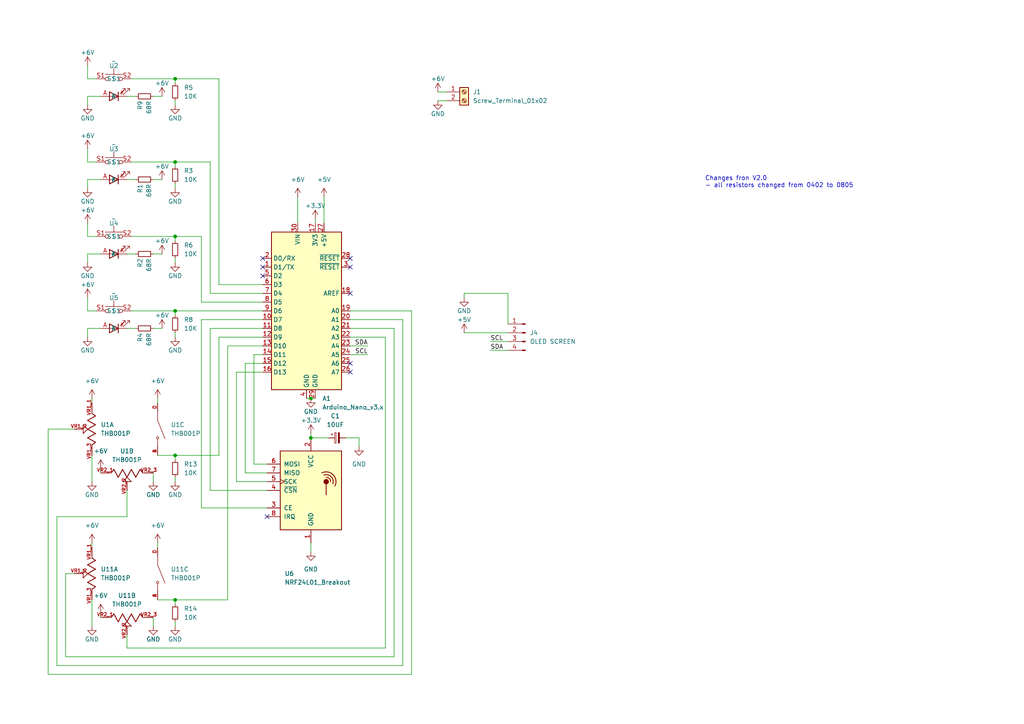
<source format=kicad_sch>
(kicad_sch (version 20230121) (generator eeschema)
  (paper "A4")
  (lib_symbols
    (symbol "Connector:Conn_01x04_Male" (pin_names (offset 1.016) hide)
      (property "Reference" "J" (at 0 5.08 0))
      (property "Value" "Conn_01x04_Male" (at 0 -7.62 0))
      (symbol "Conn_01x04_Male_1_1"
        (polyline (pts (xy 1.27 -5.08) (xy 0.8636 -5.08)) (stroke (width 0.1524)))
        (polyline (pts (xy 1.27 -2.54) (xy 0.8636 -2.54)) (stroke (width 0.1524)))
        (polyline (pts (xy 1.27 0) (xy 0.8636 0)) (stroke (width 0.1524)))
        (polyline (pts (xy 1.27 2.54) (xy 0.8636 2.54)) (stroke (width 0.1524)))
        (rectangle (start 0.8636 -4.953) (end 0 -5.207) (stroke (width 0.1524)) (fill (type outline)))
        (rectangle (start 0.8636 -2.413) (end 0 -2.667) (stroke (width 0.1524)) (fill (type outline)))
        (rectangle (start 0.8636 0.127) (end 0 -0.127) (stroke (width 0.1524)) (fill (type outline)))
        (rectangle (start 0.8636 2.667) (end 0 2.413) (stroke (width 0.1524)) (fill (type outline)))
        (pin passive line (at 5.08 2.54 180) (length 3.81) (name "Pin_1") (number "1"))
        (pin passive line (at 5.08 0 180) (length 3.81) (name "Pin_2") (number "2"))
        (pin passive line (at 5.08 -2.54 180) (length 3.81) (name "Pin_3") (number "3"))
        (pin passive line (at 5.08 -5.08 180) (length 3.81) (name "Pin_4") (number "4"))
      )
    )
    (symbol "Connector:Screw_Terminal_01x02" (pin_names (offset 1.016) hide)
      (property "Reference" "J" (at 0 2.54 0))
      (property "Value" "Screw_Terminal_01x02" (at 0 -5.08 0))
      (symbol "Screw_Terminal_01x02_1_1"
        (rectangle (start -1.27 1.27) (end 1.27 -3.81) (stroke (width 0.254)) (fill (type background)))
        (circle (center 0 -2.54) (radius 0.635) (stroke (width 0.1524)))
        (polyline (pts (xy -0.5334 -2.2098) (xy 0.3302 -3.048)) (stroke (width 0.1524)))
        (polyline (pts (xy -0.5334 0.3302) (xy 0.3302 -0.508)) (stroke (width 0.1524)))
        (polyline (pts (xy -0.3556 -2.032) (xy 0.508 -2.8702)) (stroke (width 0.1524)))
        (polyline (pts (xy -0.3556 0.508) (xy 0.508 -0.3302)) (stroke (width 0.1524)))
        (circle (center 0 0) (radius 0.635) (stroke (width 0.1524)))
        (pin passive line (at -5.08 0 0) (length 3.81) (name "Pin_1") (number "1"))
        (pin passive line (at -5.08 -2.54 0) (length 3.81) (name "Pin_2") (number "2"))
      )
    )
    (symbol "Device:C_Polarized_Small" (pin_numbers hide) (pin_names (offset 0.254) hide)
      (property "Reference" "C" (at 0.254 1.778 0))
      (property "Value" "C_Polarized_Small" (at 0.254 -2.032 0))
      (symbol "C_Polarized_Small_0_1"
        (rectangle (start -1.524 -0.3048) (end 1.524 -0.6858) (fill (type outline)))
        (rectangle (start -1.524 0.6858) (end 1.524 0.3048))
        (polyline (pts (xy -1.27 1.524) (xy -0.762 1.524)))
        (polyline (pts (xy -1.016 1.27) (xy -1.016 1.778)))
      )
      (symbol "C_Polarized_Small_1_1"
        (pin passive line (at 0 2.54 270) (length 1.8542) (name "~") (number "1"))
        (pin passive line (at 0 -2.54 90) (length 1.8542) (name "~") (number "2"))
      )
    )
    (symbol "Device:R_Small" (pin_numbers hide) (pin_names (offset 0.254) hide)
      (property "Reference" "R" (at 0.762 0.508 0))
      (property "Value" "R_Small" (at 0.762 -1.016 0))
      (symbol "R_Small_0_1"
        (rectangle (start -0.762 1.778) (end 0.762 -1.778) (stroke (width 0.2032)))
      )
      (symbol "R_Small_1_1"
        (pin passive line (at 0 2.54 270) (length 0.762) (name "~") (number "1"))
        (pin passive line (at 0 -2.54 90) (length 0.762) (name "~") (number "2"))
      )
    )
    (symbol "MCU_Module:Arduino_Nano_v3.x"
      (property "Reference" "A" (at -10.16 23.495 0))
      (property "Value" "Arduino_Nano_v3.x" (at 5.08 -24.13 0))
      (symbol "Arduino_Nano_v3.x_0_1"
        (rectangle (start -10.16 22.86) (end 10.16 -22.86) (stroke (width 0.254)) (fill (type background)))
      )
      (symbol "Arduino_Nano_v3.x_1_1"
        (pin bidirectional line (at -12.7 12.7 0) (length 2.54) (name "D1/TX") (number "1"))
        (pin bidirectional line (at -12.7 -2.54 0) (length 2.54) (name "D7") (number "10"))
        (pin bidirectional line (at -12.7 -5.08 0) (length 2.54) (name "D8") (number "11"))
        (pin bidirectional line (at -12.7 -7.62 0) (length 2.54) (name "D9") (number "12"))
        (pin bidirectional line (at -12.7 -10.16 0) (length 2.54) (name "D10") (number "13"))
        (pin bidirectional line (at -12.7 -12.7 0) (length 2.54) (name "D11") (number "14"))
        (pin bidirectional line (at -12.7 -15.24 0) (length 2.54) (name "D12") (number "15"))
        (pin bidirectional line (at -12.7 -17.78 0) (length 2.54) (name "D13") (number "16"))
        (pin power_out line (at 2.54 25.4 270) (length 2.54) (name "3V3") (number "17"))
        (pin input line (at 12.7 5.08 180) (length 2.54) (name "AREF") (number "18"))
        (pin bidirectional line (at 12.7 0 180) (length 2.54) (name "A0") (number "19"))
        (pin bidirectional line (at -12.7 15.24 0) (length 2.54) (name "D0/RX") (number "2"))
        (pin bidirectional line (at 12.7 -2.54 180) (length 2.54) (name "A1") (number "20"))
        (pin bidirectional line (at 12.7 -5.08 180) (length 2.54) (name "A2") (number "21"))
        (pin bidirectional line (at 12.7 -7.62 180) (length 2.54) (name "A3") (number "22"))
        (pin bidirectional line (at 12.7 -10.16 180) (length 2.54) (name "A4") (number "23"))
        (pin bidirectional line (at 12.7 -12.7 180) (length 2.54) (name "A5") (number "24"))
        (pin bidirectional line (at 12.7 -15.24 180) (length 2.54) (name "A6") (number "25"))
        (pin bidirectional line (at 12.7 -17.78 180) (length 2.54) (name "A7") (number "26"))
        (pin power_out line (at 5.08 25.4 270) (length 2.54) (name "+5V") (number "27"))
        (pin input line (at 12.7 15.24 180) (length 2.54) (name "~{RESET}") (number "28"))
        (pin power_in line (at 2.54 -25.4 90) (length 2.54) (name "GND") (number "29"))
        (pin input line (at 12.7 12.7 180) (length 2.54) (name "~{RESET}") (number "3"))
        (pin power_in line (at -2.54 25.4 270) (length 2.54) (name "VIN") (number "30"))
        (pin power_in line (at 0 -25.4 90) (length 2.54) (name "GND") (number "4"))
        (pin bidirectional line (at -12.7 10.16 0) (length 2.54) (name "D2") (number "5"))
        (pin bidirectional line (at -12.7 7.62 0) (length 2.54) (name "D3") (number "6"))
        (pin bidirectional line (at -12.7 5.08 0) (length 2.54) (name "D4") (number "7"))
        (pin bidirectional line (at -12.7 2.54 0) (length 2.54) (name "D5") (number "8"))
        (pin bidirectional line (at -12.7 0 0) (length 2.54) (name "D6") (number "9"))
      )
    )
    (symbol "RF:NRF24L01_Breakout" (pin_names (offset 1.016))
      (property "Reference" "U" (at -8.89 12.7 0))
      (property "Value" "NRF24L01_Breakout" (at 3.81 12.7 0))
      (symbol "NRF24L01_Breakout_0_1"
        (rectangle (start -8.89 11.43) (end 8.89 -11.43) (stroke (width 0.254)) (fill (type background)))
        (polyline (pts (xy 4.445 1.905) (xy 4.445 -1.27)) (stroke (width 0.254)))
        (circle (center 4.445 2.54) (radius 0.635) (stroke (width 0.254)) (fill (type outline)))
        (arc (start 5.715 2.54) (mid 5.3521 3.4546) (end 4.445 3.81) (stroke (width 0.254)))
        (arc (start 6.35 1.905) (mid 5.8763 3.9854) (end 3.81 4.445) (stroke (width 0.254)))
        (arc (start 6.985 1.27) (mid 6.453 4.548) (end 3.175 5.08) (stroke (width 0.254)))
      )
      (symbol "NRF24L01_Breakout_1_1"
        (pin power_in line (at 0 -15.24 90) (length 3.81) (name "GND") (number "1"))
        (pin power_in line (at 0 15.24 270) (length 3.81) (name "VCC") (number "2"))
        (pin input line (at -12.7 -5.08 0) (length 3.81) (name "CE") (number "3"))
        (pin input line (at -12.7 0 0) (length 3.81) (name "~{CSN}") (number "4"))
        (pin input clock (at -12.7 2.54 0) (length 3.81) (name "SCK") (number "5"))
        (pin input line (at -12.7 7.62 0) (length 3.81) (name "MOSI") (number "6"))
        (pin output line (at -12.7 5.08 0) (length 3.81) (name "MISO") (number "7"))
        (pin output line (at -12.7 -7.62 0) (length 3.81) (name "IRQ") (number "8"))
      )
    )
    (symbol "Switch:CherryMX_LED"
      (property "Reference" "U" (at 0 8.89 0))
      (symbol "CherryMX_LED_0_1"
        (circle (center -2.032 2.54) (radius 0.508))
        (polyline (pts (xy 0 3.81) (xy 0 5.588)))
        (polyline (pts (xy 1.27 -2.54) (xy -1.27 -2.54)))
        (polyline (pts (xy 1.27 -1.27) (xy 1.27 -3.81)) (stroke (width 0.254)))
        (polyline (pts (xy 2.54 3.81) (xy -2.54 3.81)))
        (polyline (pts (xy -1.27 -1.27) (xy -1.27 -3.81) (xy 1.27 -2.54) (xy -1.27 -1.27)) (stroke (width 0.254)))
        (polyline (pts (xy 1.778 -1.778) (xy 3.302 -0.254) (xy 2.54 -0.254) (xy 3.302 -0.254) (xy 3.302 -1.016)))
        (polyline (pts (xy 3.048 -1.778) (xy 4.572 -0.254) (xy 3.81 -0.254) (xy 4.572 -0.254) (xy 4.572 -1.016)))
        (circle (center 2.032 2.54) (radius 0.508))
      )
      (symbol "CherryMX_LED_1_1"
        (pin passive line (at -3.81 -2.54 0) (length 2.54) (name "A") (number "A"))
        (pin passive line (at 3.81 -2.54 180) (length 2.54) (name "K") (number "K"))
        (pin passive line (at -5.08 2.54 0) (length 2.54) (name "S1") (number "S1"))
        (pin passive line (at 5.08 2.54 180) (length 2.54) (name "S1") (number "S2"))
      )
    )
    (symbol "THB001P:THB001P" (pin_names (offset 1.016))
      (property "Reference" "U" (at -5.08 5.08 0))
      (property "Value" "THB001P" (at -5.08 2.54 0))
      (symbol "THB001P_1_0"
        (polyline (pts (xy -5.08 0) (xy -4.572 0)) (stroke (width 0.1524)))
        (polyline (pts (xy -4.572 0) (xy -3.81 1.016)) (stroke (width 0.254)))
        (polyline (pts (xy -3.81 1.016) (xy -2.54 -1.27)) (stroke (width 0.254)))
        (polyline (pts (xy -2.54 -1.27) (xy -1.27 1.016)) (stroke (width 0.254)))
        (polyline (pts (xy -1.27 -2.54) (xy 0 -1.27)) (stroke (width 0.2032)))
        (polyline (pts (xy -1.27 1.016) (xy 0 -1.27)) (stroke (width 0.254)))
        (polyline (pts (xy 0 -1.27) (xy 1.27 -2.54)) (stroke (width 0.2032)))
        (polyline (pts (xy 0 -1.27) (xy 1.27 1.016)) (stroke (width 0.254)))
        (polyline (pts (xy 1.27 -2.54) (xy -1.27 -2.54)) (stroke (width 0.2032)))
        (polyline (pts (xy 1.27 1.016) (xy 2.54 -1.27)) (stroke (width 0.254)))
        (polyline (pts (xy 2.54 -1.27) (xy 3.81 1.016)) (stroke (width 0.254)))
        (polyline (pts (xy 3.81 1.016) (xy 4.572 0)) (stroke (width 0.254)))
        (polyline (pts (xy 4.572 0) (xy 5.08 0)) (stroke (width 0.1524)))
        (pin passive line (at -7.62 0 0) (length 2.54) (name "~") (number "VR1_1"))
        (pin passive line (at 0 -5.08 90) (length 2.54) (name "~") (number "VR1_2"))
        (pin passive line (at 7.62 0 180) (length 2.54) (name "~") (number "VR1_3"))
      )
      (symbol "THB001P_2_0"
        (polyline (pts (xy -5.08 0) (xy -4.572 0)) (stroke (width 0.1524)))
        (polyline (pts (xy -4.572 0) (xy -3.81 1.016)) (stroke (width 0.254)))
        (polyline (pts (xy -3.81 1.016) (xy -2.54 -1.27)) (stroke (width 0.254)))
        (polyline (pts (xy -2.54 -1.27) (xy -1.27 1.016)) (stroke (width 0.254)))
        (polyline (pts (xy -1.27 -2.54) (xy 0 -1.27)) (stroke (width 0.2032)))
        (polyline (pts (xy -1.27 1.016) (xy 0 -1.27)) (stroke (width 0.254)))
        (polyline (pts (xy 0 -1.27) (xy 1.27 -2.54)) (stroke (width 0.2032)))
        (polyline (pts (xy 0 -1.27) (xy 1.27 1.016)) (stroke (width 0.254)))
        (polyline (pts (xy 1.27 -2.54) (xy -1.27 -2.54)) (stroke (width 0.2032)))
        (polyline (pts (xy 1.27 1.016) (xy 2.54 -1.27)) (stroke (width 0.254)))
        (polyline (pts (xy 2.54 -1.27) (xy 3.81 1.016)) (stroke (width 0.254)))
        (polyline (pts (xy 3.81 1.016) (xy 4.572 0)) (stroke (width 0.254)))
        (polyline (pts (xy 4.572 0) (xy 5.08 0)) (stroke (width 0.1524)))
        (pin passive line (at -7.62 0 0) (length 2.54) (name "~") (number "VR2_1"))
        (pin passive line (at 0 -5.08 90) (length 2.54) (name "~") (number "VR2_2"))
        (pin passive line (at 7.62 0 180) (length 2.54) (name "~") (number "VR2_3"))
      )
      (symbol "THB001P_3_0"
        (polyline (pts (xy -2.54 0) (xy -5.08 0)) (stroke (width 0.1524)))
        (polyline (pts (xy -2.54 0) (xy 2.794 2.1336)) (stroke (width 0.1524)))
        (polyline (pts (xy 5.08 0) (xy 2.921 0)) (stroke (width 0.1524)))
        (circle (center 2.54 0) (radius 0.3302) (stroke (width 0.1524)))
        (pin passive line (at 7.62 0 180) (length 2.54) (name "~") (number "A"))
        (pin passive line (at 7.62 0 180) (length 2.54) (name "~") (number "B"))
        (pin passive line (at -7.62 0 0) (length 2.54) (name "~") (number "C"))
        (pin passive line (at -7.62 0 0) (length 2.54) (name "~") (number "D"))
      )
    )
    (symbol "power:+3.3V" (power) (pin_names (offset 0))
      (property "Value" "+3.3V" (at 0 3.556 0))
      (symbol "+3.3V_0_1"
        (polyline (pts (xy -0.762 1.27) (xy 0 2.54)))
        (polyline (pts (xy 0 0) (xy 0 2.54)))
        (polyline (pts (xy 0 2.54) (xy 0.762 1.27)))
      )
      (symbol "+3.3V_1_1"
        (pin power_in line (at 0 0 90) (length 0) hide (name "+3.3V") (number "1"))
      )
    )
    (symbol "power:+5V" (power) (pin_names (offset 0))
      (property "Value" "+5V" (at 0 3.556 0))
      (symbol "+5V_0_1"
        (polyline (pts (xy -0.762 1.27) (xy 0 2.54)))
        (polyline (pts (xy 0 0) (xy 0 2.54)))
        (polyline (pts (xy 0 2.54) (xy 0.762 1.27)))
      )
      (symbol "+5V_1_1"
        (pin power_in line (at 0 0 90) (length 0) hide (name "+5V") (number "1"))
      )
    )
    (symbol "power:+6V" (power) (pin_names (offset 0))
      (property "Value" "+6V" (at 0 3.556 0))
      (symbol "+6V_0_1"
        (polyline (pts (xy -0.762 1.27) (xy 0 2.54)))
        (polyline (pts (xy 0 0) (xy 0 2.54)))
        (polyline (pts (xy 0 2.54) (xy 0.762 1.27)))
      )
      (symbol "+6V_1_1"
        (pin power_in line (at 0 0 90) (length 0) hide (name "+6V") (number "1"))
      )
    )
    (symbol "power:GND" (power) (pin_names (offset 0))
      (property "Value" "GND" (at 0 -3.81 0))
      (symbol "GND_0_1"
        (polyline (pts (xy 0 0) (xy 0 -1.27) (xy 1.27 -1.27) (xy 0 -2.54) (xy -1.27 -1.27) (xy 0 -1.27)))
      )
      (symbol "GND_1_1"
        (pin power_in line (at 0 0 270) (length 0) hide (name "GND") (number "1"))
      )
    )
  )
  (junction (at 90.17 115.57))
  (junction (at 50.8 173.99))
  (junction (at 90.17 127))
  (junction (at 50.8 68.58))
  (junction (at 50.8 132.08))
  (junction (at 50.8 22.86))
  (junction (at 50.8 90.17))
  (junction (at 50.8 46.99))
  (no_connect (at 101.6 105.41))
  (no_connect (at 101.6 107.95))
  (no_connect (at 77.47 149.86))
  (no_connect (at 101.6 77.47))
  (no_connect (at 76.2 80.01))
  (no_connect (at 101.6 74.93))
  (no_connect (at 76.2 77.47))
  (no_connect (at 101.6 85.09))
  (no_connect (at 76.2 74.93))
  (wire (pts (xy 63.5 22.86) (xy 50.8 22.86)))
  (wire (pts (xy 71.12 137.16) (xy 71.12 105.41)))
  (wire (pts (xy 29.21 95.25) (xy 25.4 95.25)))
  (wire (pts (xy 66.04 173.99) (xy 66.04 100.33)))
  (wire (pts (xy 29.21 27.94) (xy 25.4 27.94)))
  (wire (pts (xy 36.83 149.86) (xy 16.51 149.86)))
  (wire (pts (xy 73.66 134.62) (xy 77.47 134.62)))
  (wire (pts (xy 68.58 107.95) (xy 76.2 107.95)))
  (wire (pts (xy 50.8 30.48) (xy 50.8 29.21)))
  (wire (pts (xy 39.37 73.66) (xy 36.83 73.66)))
  (wire (pts (xy 63.5 82.55) (xy 63.5 22.86)))
  (wire (pts (xy 50.8 69.85) (xy 50.8 68.58)))
  (wire (pts (xy 25.4 43.18) (xy 25.4 46.99)))
  (wire (pts (xy 16.51 193.04) (xy 116.84 193.04)))
  (wire (pts (xy 134.62 96.52) (xy 147.32 96.52)))
  (wire (pts (xy 91.44 63.5) (xy 91.44 64.77)))
  (wire (pts (xy 119.38 90.17) (xy 119.38 195.58)))
  (wire (pts (xy 13.97 195.58) (xy 119.38 195.58)))
  (wire (pts (xy 38.1 68.58) (xy 50.8 68.58)))
  (wire (pts (xy 50.8 180.34) (xy 50.8 181.61)))
  (wire (pts (xy 27.94 46.99) (xy 25.4 46.99)))
  (wire (pts (xy 45.72 132.08) (xy 50.8 132.08)))
  (wire (pts (xy 114.3 95.25) (xy 114.3 190.5)))
  (wire (pts (xy 111.76 97.79) (xy 111.76 187.96)))
  (wire (pts (xy 29.21 177.8) (xy 29.21 179.07)))
  (wire (pts (xy 119.38 90.17) (xy 101.6 90.17)))
  (wire (pts (xy 38.1 46.99) (xy 50.8 46.99)))
  (wire (pts (xy 44.45 137.16) (xy 44.45 139.7)))
  (wire (pts (xy 58.42 92.71) (xy 76.2 92.71)))
  (wire (pts (xy 27.94 90.17) (xy 25.4 90.17)))
  (wire (pts (xy 39.37 52.07) (xy 36.83 52.07)))
  (wire (pts (xy 36.83 187.96) (xy 111.76 187.96)))
  (wire (pts (xy 90.17 125.73) (xy 90.17 127)))
  (wire (pts (xy 68.58 139.7) (xy 68.58 107.95)))
  (wire (pts (xy 19.05 190.5) (xy 114.3 190.5)))
  (wire (pts (xy 91.44 115.57) (xy 90.17 115.57)))
  (wire (pts (xy 26.67 157.48) (xy 26.67 158.75)))
  (wire (pts (xy 127 29.21) (xy 129.54 29.21)))
  (wire (pts (xy 44.45 73.66) (xy 46.99 73.66)))
  (wire (pts (xy 25.4 27.94) (xy 25.4 30.48)))
  (wire (pts (xy 39.37 27.94) (xy 36.83 27.94)))
  (wire (pts (xy 76.2 85.09) (xy 60.96 85.09)))
  (wire (pts (xy 60.96 142.24) (xy 60.96 95.25)))
  (wire (pts (xy 73.66 102.87) (xy 76.2 102.87)))
  (wire (pts (xy 50.8 132.08) (xy 63.5 132.08)))
  (wire (pts (xy 50.8 173.99) (xy 66.04 173.99)))
  (wire (pts (xy 77.47 139.7) (xy 68.58 139.7)))
  (wire (pts (xy 50.8 90.17) (xy 76.2 90.17)))
  (wire (pts (xy 77.47 147.32) (xy 58.42 147.32)))
  (wire (pts (xy 50.8 54.61) (xy 50.8 53.34)))
  (wire (pts (xy 116.84 92.71) (xy 116.84 193.04)))
  (wire (pts (xy 19.05 166.37) (xy 19.05 190.5)))
  (wire (pts (xy 90.17 157.48) (xy 90.17 160.02)))
  (wire (pts (xy 104.14 127) (xy 104.14 129.54)))
  (wire (pts (xy 93.98 57.15) (xy 93.98 64.77)))
  (wire (pts (xy 25.4 19.05) (xy 25.4 22.86)))
  (wire (pts (xy 26.67 173.99) (xy 26.67 181.61)))
  (wire (pts (xy 73.66 102.87) (xy 73.66 134.62)))
  (wire (pts (xy 101.6 92.71) (xy 116.84 92.71)))
  (wire (pts (xy 76.2 87.63) (xy 58.42 87.63)))
  (wire (pts (xy 50.8 48.26) (xy 50.8 46.99)))
  (wire (pts (xy 101.6 100.33) (xy 106.68 100.33)))
  (wire (pts (xy 147.32 101.6) (xy 142.24 101.6)))
  (wire (pts (xy 88.9 115.57) (xy 90.17 115.57)))
  (wire (pts (xy 77.47 142.24) (xy 60.96 142.24)))
  (wire (pts (xy 147.32 85.09) (xy 147.32 93.98)))
  (wire (pts (xy 134.62 85.09) (xy 147.32 85.09)))
  (wire (pts (xy 100.33 127) (xy 104.14 127)))
  (wire (pts (xy 27.94 22.86) (xy 25.4 22.86)))
  (wire (pts (xy 25.4 95.25) (xy 25.4 97.79)))
  (wire (pts (xy 71.12 105.41) (xy 76.2 105.41)))
  (wire (pts (xy 25.4 52.07) (xy 25.4 54.61)))
  (wire (pts (xy 60.96 46.99) (xy 60.96 85.09)))
  (wire (pts (xy 90.17 127) (xy 95.25 127)))
  (wire (pts (xy 25.4 73.66) (xy 25.4 76.2)))
  (wire (pts (xy 101.6 102.87) (xy 106.68 102.87)))
  (wire (pts (xy 50.8 133.35) (xy 50.8 132.08)))
  (wire (pts (xy 21.59 124.46) (xy 13.97 124.46)))
  (wire (pts (xy 25.4 64.77) (xy 25.4 68.58)))
  (wire (pts (xy 44.45 52.07) (xy 46.99 52.07)))
  (wire (pts (xy 58.42 68.58) (xy 50.8 68.58)))
  (wire (pts (xy 45.72 173.99) (xy 50.8 173.99)))
  (wire (pts (xy 63.5 97.79) (xy 63.5 132.08)))
  (wire (pts (xy 60.96 46.99) (xy 50.8 46.99)))
  (wire (pts (xy 147.32 99.06) (xy 142.24 99.06)))
  (wire (pts (xy 29.21 52.07) (xy 25.4 52.07)))
  (wire (pts (xy 66.04 100.33) (xy 76.2 100.33)))
  (wire (pts (xy 50.8 97.79) (xy 50.8 96.52)))
  (wire (pts (xy 27.94 68.58) (xy 25.4 68.58)))
  (wire (pts (xy 76.2 82.55) (xy 63.5 82.55)))
  (wire (pts (xy 58.42 87.63) (xy 58.42 68.58)))
  (wire (pts (xy 26.67 132.08) (xy 26.67 139.7)))
  (wire (pts (xy 44.45 95.25) (xy 46.99 95.25)))
  (wire (pts (xy 58.42 147.32) (xy 58.42 92.71)))
  (wire (pts (xy 50.8 91.44) (xy 50.8 90.17)))
  (wire (pts (xy 21.59 166.37) (xy 19.05 166.37)))
  (wire (pts (xy 127 26.67) (xy 129.54 26.67)))
  (wire (pts (xy 114.3 95.25) (xy 101.6 95.25)))
  (wire (pts (xy 13.97 124.46) (xy 13.97 195.58)))
  (wire (pts (xy 101.6 97.79) (xy 111.76 97.79)))
  (wire (pts (xy 50.8 24.13) (xy 50.8 22.86)))
  (wire (pts (xy 38.1 90.17) (xy 50.8 90.17)))
  (wire (pts (xy 44.45 27.94) (xy 46.99 27.94)))
  (wire (pts (xy 26.67 115.57) (xy 26.67 116.84)))
  (wire (pts (xy 86.36 57.15) (xy 86.36 64.77)))
  (wire (pts (xy 29.21 135.89) (xy 29.21 137.16)))
  (wire (pts (xy 77.47 137.16) (xy 71.12 137.16)))
  (wire (pts (xy 60.96 95.25) (xy 76.2 95.25)))
  (wire (pts (xy 45.72 115.57) (xy 45.72 116.84)))
  (wire (pts (xy 63.5 97.79) (xy 76.2 97.79)))
  (wire (pts (xy 36.83 142.24) (xy 36.83 149.86)))
  (wire (pts (xy 50.8 76.2) (xy 50.8 74.93)))
  (wire (pts (xy 45.72 157.48) (xy 45.72 158.75)))
  (wire (pts (xy 50.8 138.43) (xy 50.8 139.7)))
  (wire (pts (xy 29.21 73.66) (xy 25.4 73.66)))
  (wire (pts (xy 134.62 85.09) (xy 134.62 86.36)))
  (wire (pts (xy 25.4 86.36) (xy 25.4 90.17)))
  (wire (pts (xy 50.8 175.26) (xy 50.8 173.99)))
  (wire (pts (xy 44.45 179.07) (xy 44.45 181.61)))
  (wire (pts (xy 39.37 95.25) (xy 36.83 95.25)))
  (wire (pts (xy 16.51 149.86) (xy 16.51 193.04)))
  (wire (pts (xy 38.1 22.86) (xy 50.8 22.86)))
  (wire (pts (xy 36.83 184.15) (xy 36.83 187.96)))
  (text "Changes fron V2.0\n- all resistors changed from 0402 to 0805" (at 204.47 54.61 0) (effects (font (size 1.27 1.27)) (justify left bottom)))
  (label "SCL" (at 142.24 99.06 0))
  (label "SDA" (at 106.68 100.33 180))
  (label "SDA" (at 142.24 101.6 0))
  (label "SCL" (at 106.68 102.87 180))
  (symbol (lib_id "Device:R_Small") (at 41.91 73.66 270) (mirror x) (unit 1)
    (property "Reference" "R2" (at 40.64 74.93 0) (effects (justify right)))
    (property "Value" "68R" (at 43.18 74.93 0) (effects (justify right)))
    (property "Footprint" "Resistor_SMD:R_0805_2012Metric" (effects hide))
  )
  (symbol (lib_id "power:GND") (at 44.45 181.61 0) (unit 1)
    (property "Reference" "#PWR0128" (effects hide))
    (property "Value" "GND" (at 44.45 185.42 0))
  )
  (symbol (lib_id "Switch:CherryMX_LED") (at 33.02 71.12 0) (unit 1)
    (property "Reference" "U4" (at 33.02 64.77 0))
    (property "Value" "~" (at 33.02 63.5 0))
    (property "Footprint" "Button_Switch_Keyboard:SW_Cherry_MX_3mmLED" (effects hide))
  )
  (symbol (lib_id "power:+6V") (at 29.21 135.89 0) (unit 1)
    (property "Reference" "#PWR0137" (effects hide))
    (property "Value" "+6V" (at 29.21 130.81 0))
  )
  (symbol (lib_id "Device:R_Small") (at 41.91 52.07 270) (mirror x) (unit 1)
    (property "Reference" "R1" (at 40.64 53.34 0) (effects (justify right)))
    (property "Value" "68R" (at 43.18 53.34 0) (effects (justify right)))
    (property "Footprint" "Resistor_SMD:R_0805_2012Metric" (effects hide))
  )
  (symbol (lib_id "power:GND") (at 50.8 76.2 0) (unit 1)
    (property "Reference" "#PWR09" (effects hide))
    (property "Value" "GND" (at 50.8 80.01 0))
  )
  (symbol (lib_id "power:+6V") (at 45.72 115.57 0) (unit 1)
    (property "Reference" "#PWR0142" (effects hide))
    (property "Value" "+6V" (at 45.72 110.49 0))
  )
  (symbol (lib_id "power:+6V") (at 26.67 115.57 0) (unit 1)
    (property "Reference" "#PWR0127" (effects hide))
    (property "Value" "+6V" (at 26.67 110.49 0))
  )
  (symbol (lib_id "MCU_Module:Arduino_Nano_v3.x") (at 88.9 90.17 0) (unit 1)
    (property "Reference" "A1" (at 93.4594 115.57 0) (effects (justify left)))
    (property "Value" "Arduino_Nano_v3.x" (at 93.4594 118.11 0) (effects (justify left)))
    (property "Footprint" "Module:Arduino_Nano" (effects hide))
    (property "Datasheet" "http://www.mouser.com/pdfdocs/Gravitech_Arduino_Nano3_0.pdf" (effects hide))
  )
  (symbol (lib_id "power:+6V") (at 25.4 19.05 0) (unit 1)
    (property "Reference" "#PWR0120" (effects hide))
    (property "Value" "+6V" (at 25.4 15.24 0))
  )
  (symbol (lib_id "power:GND") (at 104.14 129.54 0) (unit 1)
    (property "Reference" "#PWR0119" (effects hide))
    (property "Value" "GND" (at 104.14 134.62 0))
  )
  (symbol (lib_id "power:+5V") (at 93.98 57.15 0) (unit 1)
    (property "Reference" "#PWR0102" (effects hide))
    (property "Value" "+5V" (at 93.98 52.07 0))
  )
  (symbol (lib_id "Device:R_Small") (at 50.8 72.39 180) (unit 1)
    (property "Reference" "R6" (at 53.34 71.12 0) (effects (justify right)))
    (property "Value" "10K" (at 53.34 73.6599 0) (effects (justify right)))
    (property "Footprint" "Resistor_SMD:R_0805_2012Metric" (effects hide))
  )
  (symbol (lib_id "power:GND") (at 25.4 76.2 0) (unit 1)
    (property "Reference" "#PWR07" (effects hide))
    (property "Value" "GND" (at 25.4 80.01 0))
  )
  (symbol (lib_id "power:+6V") (at 127 26.67 0) (unit 1)
    (property "Reference" "#PWR0144" (effects hide))
    (property "Value" "+6V" (at 127 22.86 0))
  )
  (symbol (lib_id "power:GND") (at 50.8 30.48 0) (unit 1)
    (property "Reference" "#PWR0122" (effects hide))
    (property "Value" "GND" (at 50.8 34.29 0))
  )
  (symbol (lib_id "Device:R_Small") (at 50.8 26.67 180) (unit 1)
    (property "Reference" "R5" (at 53.34 25.4 0) (effects (justify right)))
    (property "Value" "10K" (at 53.34 27.9399 0) (effects (justify right)))
    (property "Footprint" "Resistor_SMD:R_0805_2012Metric" (effects hide))
  )
  (symbol (lib_id "RF:NRF24L01_Breakout") (at 90.17 142.24 0) (unit 1)
    (property "Reference" "U6" (at 82.55 166.37 0) (effects (justify left)))
    (property "Value" "NRF24L01_Breakout" (at 82.55 168.91 0) (effects (justify left)))
    (property "Footprint" "nRF24L01BRKT_SMD:nRF24L01_Breakout_SMD" (effects hide))
    (property "Datasheet" "http://www.nordicsemi.com/eng/content/download/2730/34105/file/nRF24L01_Product_Specification_v2_0.pdf" (effects hide))
  )
  (symbol (lib_id "Device:R_Small") (at 50.8 177.8 180) (unit 1)
    (property "Reference" "R14" (at 53.34 176.53 0) (effects (justify right)))
    (property "Value" "10K" (at 53.34 179.0699 0) (effects (justify right)))
    (property "Footprint" "Resistor_SMD:R_0805_2012Metric" (effects hide))
  )
  (symbol (lib_id "Connector:Conn_01x04_Male") (at 152.4 96.52 0) (mirror y) (unit 1)
    (property "Reference" "J4" (at 153.67 96.5199 0) (effects (justify right)))
    (property "Value" "OLED SCREEN" (at 153.67 99.0599 0) (effects (justify right)))
    (property "Footprint" "Connector_PinSocket_2.54mm:PinSocket_1x04_P2.54mm_Vertical" (effects hide))
  )
  (symbol (lib_id "power:GND") (at 90.17 160.02 0) (unit 1)
    (property "Reference" "#PWR0110" (effects hide))
    (property "Value" "GND" (at 90.17 165.1 0))
  )
  (symbol (lib_id "power:+6V") (at 86.36 57.15 0) (unit 1)
    (property "Reference" "#PWR0103" (effects hide))
    (property "Value" "+6V" (at 86.36 52.07 0))
  )
  (symbol (lib_id "power:+3.3V") (at 91.44 63.5 0) (unit 1)
    (property "Reference" "#PWR0101" (effects hide))
    (property "Value" "+3.3V" (at 91.44 59.69 0))
  )
  (symbol (lib_id "Device:R_Small") (at 41.91 95.25 270) (mirror x) (unit 1)
    (property "Reference" "R4" (at 40.64 96.52 0) (effects (justify right)))
    (property "Value" "68R" (at 43.18 96.52 0) (effects (justify right)))
    (property "Footprint" "Resistor_SMD:R_0805_2012Metric" (effects hide))
  )
  (symbol (lib_id "power:GND") (at 90.17 115.57 0) (unit 1)
    (property "Reference" "#PWR0109" (effects hide))
    (property "Value" "GND" (at 90.17 119.38 0))
  )
  (symbol (lib_id "Device:R_Small") (at 50.8 135.89 180) (unit 1)
    (property "Reference" "R13" (at 53.34 134.62 0) (effects (justify right)))
    (property "Value" "10K" (at 53.34 137.1599 0) (effects (justify right)))
    (property "Footprint" "Resistor_SMD:R_0805_2012Metric" (effects hide))
  )
  (symbol (lib_id "power:GND") (at 127 29.21 0) (unit 1)
    (property "Reference" "#PWR0145" (effects hide))
    (property "Value" "GND" (at 127 33.02 0))
  )
  (symbol (lib_id "THB001P:THB001P") (at 45.72 124.46 270) (unit 3)
    (property "Reference" "U1" (at 49.53 123.1899 90) (effects (justify left)))
    (property "Value" "THB001P" (at 49.53 125.7299 90) (effects (justify left)))
    (property "Footprint" "THB001P:CNK_THB001P" (effects hide))
    (property "MANUFACTURER" "CNK" (effects hide))
    (property "STANDARD" "Manufacturer Recommendations" (effects hide))
    (property "MAXIMUM_PACKAGE_HEIGHT" "19.85mm" (effects hide))
    (property "PARTREV" "27 Jan 22" (effects hide))
    (property "SNAPEDA_PN" "THB001P" (effects hide))
  )
  (symbol (lib_id "power:+6V") (at 46.99 27.94 0) (unit 1)
    (property "Reference" "#PWR0114" (effects hide))
    (property "Value" "+6V" (at 46.99 24.13 0))
  )
  (symbol (lib_id "power:+5V") (at 134.62 96.52 0) (unit 1)
    (property "Reference" "#PWR0107" (effects hide))
    (property "Value" "+5V" (at 134.62 92.71 0))
  )
  (symbol (lib_id "Switch:CherryMX_LED") (at 33.02 92.71 0) (unit 1)
    (property "Reference" "U5" (at 33.02 86.36 0))
    (property "Value" "~" (at 33.02 85.09 0))
    (property "Footprint" "Button_Switch_Keyboard:SW_Cherry_MX_3mmLED" (effects hide))
  )
  (symbol (lib_id "THB001P:THB001P") (at 26.67 166.37 270) (unit 1)
    (property "Reference" "U11" (at 29.21 165.0999 90) (effects (justify left)))
    (property "Value" "THB001P" (at 29.21 167.6399 90) (effects (justify left)))
    (property "Footprint" "THB001P:CNK_THB001P" (effects hide))
    (property "MANUFACTURER" "CNK" (effects hide))
    (property "STANDARD" "Manufacturer Recommendations" (effects hide))
    (property "MAXIMUM_PACKAGE_HEIGHT" "19.85mm" (effects hide))
    (property "PARTREV" "27 Jan 22" (effects hide))
    (property "SNAPEDA_PN" "THB001P" (effects hide))
  )
  (symbol (lib_id "power:GND") (at 44.45 139.7 0) (unit 1)
    (property "Reference" "#PWR0126" (effects hide))
    (property "Value" "GND" (at 44.45 143.51 0))
  )
  (symbol (lib_id "power:GND") (at 50.8 181.61 0) (unit 1)
    (property "Reference" "#PWR0141" (effects hide))
    (property "Value" "GND" (at 50.8 185.42 0))
  )
  (symbol (lib_id "power:+6V") (at 29.21 177.8 0) (unit 1)
    (property "Reference" "#PWR0140" (effects hide))
    (property "Value" "+6V" (at 29.21 172.72 0))
  )
  (symbol (lib_id "power:+6V") (at 46.99 95.25 0) (unit 1)
    (property "Reference" "#PWR012" (effects hide))
    (property "Value" "+6V" (at 46.99 91.44 0))
  )
  (symbol (lib_id "power:GND") (at 26.67 181.61 0) (unit 1)
    (property "Reference" "#PWR0129" (effects hide))
    (property "Value" "GND" (at 26.67 185.42 0))
  )
  (symbol (lib_id "power:GND") (at 134.62 86.36 0) (unit 1)
    (property "Reference" "#PWR0106" (effects hide))
    (property "Value" "GND" (at 134.62 90.17 0))
  )
  (symbol (lib_id "Switch:CherryMX_LED") (at 33.02 49.53 0) (unit 1)
    (property "Reference" "U3" (at 33.02 43.18 0))
    (property "Value" "~" (at 33.02 41.91 0))
    (property "Footprint" "Button_Switch_Keyboard:SW_Cherry_MX_3mmLED" (effects hide))
  )
  (symbol (lib_id "THB001P:THB001P") (at 26.67 124.46 270) (unit 1)
    (property "Reference" "U1" (at 29.21 123.1899 90) (effects (justify left)))
    (property "Value" "THB001P" (at 29.21 125.7299 90) (effects (justify left)))
    (property "Footprint" "THB001P:CNK_THB001P" (effects hide))
    (property "MANUFACTURER" "CNK" (effects hide))
    (property "STANDARD" "Manufacturer Recommendations" (effects hide))
    (property "MAXIMUM_PACKAGE_HEIGHT" "19.85mm" (effects hide))
    (property "PARTREV" "27 Jan 22" (effects hide))
    (property "SNAPEDA_PN" "THB001P" (effects hide))
  )
  (symbol (lib_id "power:+6V") (at 25.4 64.77 0) (unit 1)
    (property "Reference" "#PWR06" (effects hide))
    (property "Value" "+6V" (at 25.4 60.96 0))
  )
  (symbol (lib_id "power:+6V") (at 26.67 157.48 0) (unit 1)
    (property "Reference" "#PWR0124" (effects hide))
    (property "Value" "+6V" (at 26.67 152.4 0))
  )
  (symbol (lib_id "power:+6V") (at 46.99 73.66 0) (unit 1)
    (property "Reference" "#PWR08" (effects hide))
    (property "Value" "+6V" (at 46.99 69.85 0))
  )
  (symbol (lib_id "power:GND") (at 50.8 97.79 0) (unit 1)
    (property "Reference" "#PWR013" (effects hide))
    (property "Value" "GND" (at 50.8 101.6 0))
  )
  (symbol (lib_id "Device:R_Small") (at 50.8 93.98 180) (unit 1)
    (property "Reference" "R8" (at 53.34 92.71 0) (effects (justify right)))
    (property "Value" "10K" (at 53.34 95.2499 0) (effects (justify right)))
    (property "Footprint" "Resistor_SMD:R_0805_2012Metric" (effects hide))
  )
  (symbol (lib_id "power:GND") (at 25.4 97.79 0) (unit 1)
    (property "Reference" "#PWR011" (effects hide))
    (property "Value" "GND" (at 25.4 101.6 0))
  )
  (symbol (lib_id "THB001P:THB001P") (at 45.72 166.37 270) (unit 3)
    (property "Reference" "U11" (at 49.53 165.0999 90) (effects (justify left)))
    (property "Value" "THB001P" (at 49.53 167.6399 90) (effects (justify left)))
    (property "Footprint" "THB001P:CNK_THB001P" (effects hide))
    (property "MANUFACTURER" "CNK" (effects hide))
    (property "STANDARD" "Manufacturer Recommendations" (effects hide))
    (property "MAXIMUM_PACKAGE_HEIGHT" "19.85mm" (effects hide))
    (property "PARTREV" "27 Jan 22" (effects hide))
    (property "SNAPEDA_PN" "THB001P" (effects hide))
  )
  (symbol (lib_id "THB001P:THB001P") (at 36.83 137.16 0) (unit 2)
    (property "Reference" "U1" (at 36.83 130.81 0))
    (property "Value" "THB001P" (at 36.83 133.35 0))
    (property "Footprint" "THB001P:CNK_THB001P" (effects hide))
    (property "MANUFACTURER" "CNK" (effects hide))
    (property "STANDARD" "Manufacturer Recommendations" (effects hide))
    (property "MAXIMUM_PACKAGE_HEIGHT" "19.85mm" (effects hide))
    (property "PARTREV" "27 Jan 22" (effects hide))
    (property "SNAPEDA_PN" "THB001P" (effects hide))
  )
  (symbol (lib_id "power:GND") (at 26.67 139.7 0) (unit 1)
    (property "Reference" "#PWR0125" (effects hide))
    (property "Value" "GND" (at 26.67 143.51 0))
  )
  (symbol (lib_id "THB001P:THB001P") (at 36.83 179.07 0) (unit 2)
    (property "Reference" "U11" (at 36.83 172.72 0))
    (property "Value" "THB001P" (at 36.83 175.26 0))
    (property "Footprint" "THB001P:CNK_THB001P" (effects hide))
    (property "MANUFACTURER" "CNK" (effects hide))
    (property "STANDARD" "Manufacturer Recommendations" (effects hide))
    (property "MAXIMUM_PACKAGE_HEIGHT" "19.85mm" (effects hide))
    (property "PARTREV" "27 Jan 22" (effects hide))
    (property "SNAPEDA_PN" "THB001P" (effects hide))
  )
  (symbol (lib_id "power:GND") (at 50.8 139.7 0) (unit 1)
    (property "Reference" "#PWR0139" (effects hide))
    (property "Value" "GND" (at 50.8 143.51 0))
  )
  (symbol (lib_id "power:GND") (at 25.4 54.61 0) (unit 1)
    (property "Reference" "#PWR03" (effects hide))
    (property "Value" "GND" (at 25.4 58.42 0))
  )
  (symbol (lib_id "Connector:Screw_Terminal_01x02") (at 134.62 26.67 0) (unit 1)
    (property "Reference" "J1" (at 137.16 26.6699 0) (effects (justify left)))
    (property "Value" "Screw_Terminal_01x02" (at 137.16 29.2099 0) (effects (justify left)))
    (property "Footprint" "Connector_PinSocket_2.54mm:PinSocket_1x02_P2.54mm_Vertical" (effects hide))
  )
  (symbol (lib_id "power:+6V") (at 25.4 86.36 0) (unit 1)
    (property "Reference" "#PWR010" (effects hide))
    (property "Value" "+6V" (at 25.4 82.55 0))
  )
  (symbol (lib_id "power:GND") (at 25.4 30.48 0) (unit 1)
    (property "Reference" "#PWR01" (effects hide))
    (property "Value" "GND" (at 25.4 34.29 0))
  )
  (symbol (lib_id "Device:C_Polarized_Small") (at 97.79 127 90) (mirror x) (unit 1)
    (property "Reference" "C1" (at 97.2439 120.65 90))
    (property "Value" "10UF" (at 97.2439 123.19 90))
    (property "Footprint" "Capacitor_SMD:C_0805_2012Metric" (effects hide))
  )
  (symbol (lib_id "power:+6V") (at 25.4 43.18 0) (unit 1)
    (property "Reference" "#PWR02" (effects hide))
    (property "Value" "+6V" (at 25.4 39.37 0))
  )
  (symbol (lib_id "Device:R_Small") (at 50.8 50.8 180) (unit 1)
    (property "Reference" "R3" (at 53.34 49.53 0) (effects (justify right)))
    (property "Value" "10K" (at 53.34 52.0699 0) (effects (justify right)))
    (property "Footprint" "Resistor_SMD:R_0805_2012Metric" (effects hide))
  )
  (symbol (lib_id "Device:R_Small") (at 41.91 27.94 270) (mirror x) (unit 1)
    (property "Reference" "R9" (at 40.64 29.21 0) (effects (justify right)))
    (property "Value" "68R" (at 43.18 29.21 0) (effects (justify right)))
    (property "Footprint" "Resistor_SMD:R_0805_2012Metric" (effects hide))
  )
  (symbol (lib_id "power:+3.3V") (at 90.17 125.73 0) (unit 1)
    (property "Reference" "#PWR0118" (effects hide))
    (property "Value" "+3.3V" (at 90.17 121.92 0))
  )
  (symbol (lib_id "power:GND") (at 50.8 54.61 0) (unit 1)
    (property "Reference" "#PWR05" (effects hide))
    (property "Value" "GND" (at 50.8 58.42 0))
  )
  (symbol (lib_id "power:+6V") (at 46.99 52.07 0) (unit 1)
    (property "Reference" "#PWR04" (effects hide))
    (property "Value" "+6V" (at 46.99 48.26 0))
  )
  (symbol (lib_id "Switch:CherryMX_LED") (at 33.02 25.4 0) (unit 1)
    (property "Reference" "U2" (at 33.02 19.05 0))
    (property "Value" "~" (at 33.02 17.78 0))
    (property "Footprint" "Button_Switch_Keyboard:SW_Cherry_MX_3mmLED" (effects hide))
  )
  (symbol (lib_id "power:+6V") (at 45.72 157.48 0) (unit 1)
    (property "Reference" "#PWR0138" (effects hide))
    (property "Value" "+6V" (at 45.72 152.4 0))
  )
)
</source>
